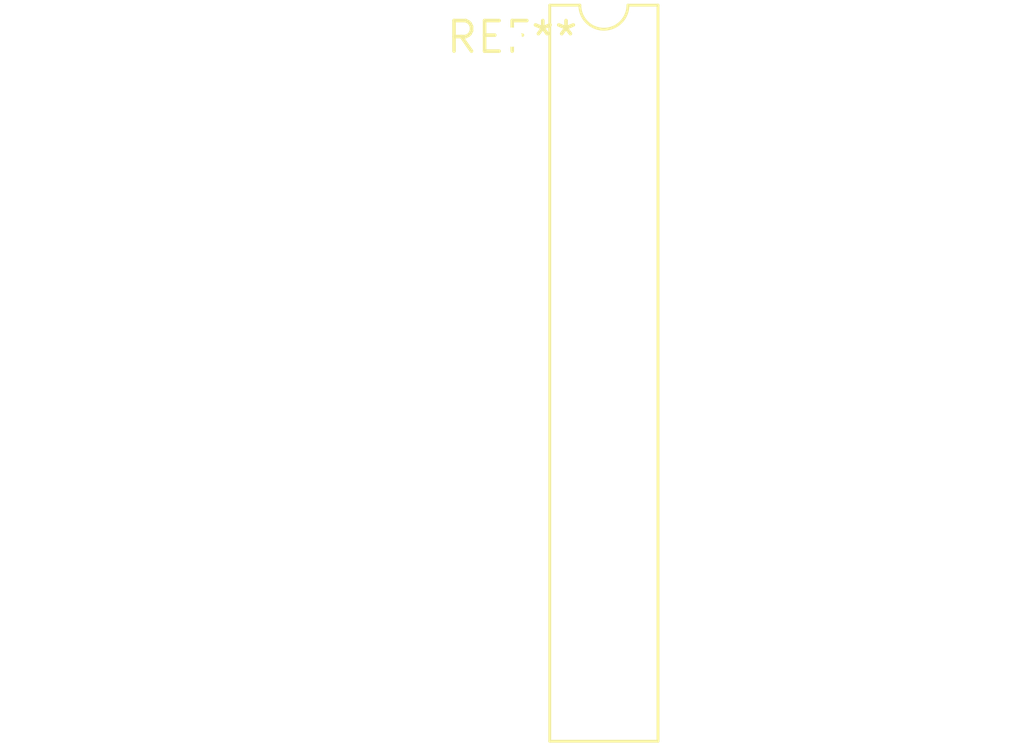
<source format=kicad_pcb>
(kicad_pcb (version 20240108) (generator pcbnew)
  (layers (0 "F.Cu" signal) (31 "B.Cu" signal) (34 "B.Paste" user) (35 "F.Paste" user) (36 "B.SilkS" user "B.Silkscreen") (37 "F.SilkS" user "F.Silkscreen") (38 "B.Mask" user) (39 "F.Mask" user) (44 "Edge.Cuts" user))
  (net 0 "")
  (footprint "CERDIP-24_W7.62mm_SideBrazed_LongPads" (layer "F.Cu") (at 0 0)
    (property "Reference" "REF**")
    (property "Value" "CERDIP-24_W7.62mm_SideBrazed_LongPads")
    (fp_line (start 1.56 -1.33) (end 1.56 29.27) (layer "F.SilkS") (stroke (width 0.12)))
    (fp_line (start 1.56 29.27) (end 6.06 29.27) (layer "F.SilkS") (stroke (width 0.12)))
    (fp_line (start 2.81 -1.33) (end 1.56 -1.33) (layer "F.SilkS") (stroke (width 0.12)))
    (fp_line (start 6.06 -1.33) (end 4.81 -1.33) (layer "F.SilkS") (stroke (width 0.12)))
    (fp_line (start 6.06 29.27) (end 6.06 -1.33) (layer "F.SilkS") (stroke (width 0.12)))
    (fp_arc (start 4.81 -1.33) (mid 3.81 -0.33) (end 2.81 -1.33) (layer "F.SilkS") (stroke (width 0.12)))
    (pad "1" thru_hole rect (at 0 0) (size 2.4 1.6) (drill 0.8) (layers *.Cu *.Mask) (remove_unused_layers))
    (pad "2" thru_hole oval (at 0 2.54) (size 2.4 1.6) (drill 0.8) (layers *.Cu *.Mask) (remove_unused_layers))
    (pad "3" thru_hole oval (at 0 5.08) (size 2.4 1.6) (drill 0.8) (layers *.Cu *.Mask) (remove_unused_layers))
    (pad "4" thru_hole oval (at 0 7.62) (size 2.4 1.6) (drill 0.8) (layers *.Cu *.Mask) (remove_unused_layers))
    (pad "5" thru_hole oval (at 0 10.16) (size 2.4 1.6) (drill 0.8) (layers *.Cu *.Mask) (remove_unused_layers))
    (pad "6" thru_hole oval (at 0 12.7) (size 2.4 1.6) (drill 0.8) (layers *.Cu *.Mask) (remove_unused_layers))
    (pad "7" thru_hole oval (at 0 15.24) (size 2.4 1.6) (drill 0.8) (layers *.Cu *.Mask) (remove_unused_layers))
    (pad "8" thru_hole oval (at 0 17.78) (size 2.4 1.6) (drill 0.8) (layers *.Cu *.Mask) (remove_unused_layers))
    (pad "9" thru_hole oval (at 0 20.32) (size 2.4 1.6) (drill 0.8) (layers *.Cu *.Mask) (remove_unused_layers))
    (pad "10" thru_hole oval (at 0 22.86) (size 2.4 1.6) (drill 0.8) (layers *.Cu *.Mask) (remove_unused_layers))
    (pad "11" thru_hole oval (at 0 25.4) (size 2.4 1.6) (drill 0.8) (layers *.Cu *.Mask) (remove_unused_layers))
    (pad "12" thru_hole oval (at 0 27.94) (size 2.4 1.6) (drill 0.8) (layers *.Cu *.Mask) (remove_unused_layers))
    (pad "13" thru_hole oval (at 7.62 27.94) (size 2.4 1.6) (drill 0.8) (layers *.Cu *.Mask) (remove_unused_layers))
    (pad "14" thru_hole oval (at 7.62 25.4) (size 2.4 1.6) (drill 0.8) (layers *.Cu *.Mask) (remove_unused_layers))
    (pad "15" thru_hole oval (at 7.62 22.86) (size 2.4 1.6) (drill 0.8) (layers *.Cu *.Mask) (remove_unused_layers))
    (pad "16" thru_hole oval (at 7.62 20.32) (size 2.4 1.6) (drill 0.8) (layers *.Cu *.Mask) (remove_unused_layers))
    (pad "17" thru_hole oval (at 7.62 17.78) (size 2.4 1.6) (drill 0.8) (layers *.Cu *.Mask) (remove_unused_layers))
    (pad "18" thru_hole oval (at 7.62 15.24) (size 2.4 1.6) (drill 0.8) (layers *.Cu *.Mask) (remove_unused_layers))
    (pad "19" thru_hole oval (at 7.62 12.7) (size 2.4 1.6) (drill 0.8) (layers *.Cu *.Mask) (remove_unused_layers))
    (pad "20" thru_hole oval (at 7.62 10.16) (size 2.4 1.6) (drill 0.8) (layers *.Cu *.Mask) (remove_unused_layers))
    (pad "21" thru_hole oval (at 7.62 7.62) (size 2.4 1.6) (drill 0.8) (layers *.Cu *.Mask) (remove_unused_layers))
    (pad "22" thru_hole oval (at 7.62 5.08) (size 2.4 1.6) (drill 0.8) (layers *.Cu *.Mask) (remove_unused_layers))
    (pad "23" thru_hole oval (at 7.62 2.54) (size 2.4 1.6) (drill 0.8) (layers *.Cu *.Mask) (remove_unused_layers))
    (pad "24" thru_hole oval (at 7.62 0) (size 2.4 1.6) (drill 0.8) (layers *.Cu *.Mask) (remove_unused_layers))
  )
)
</source>
